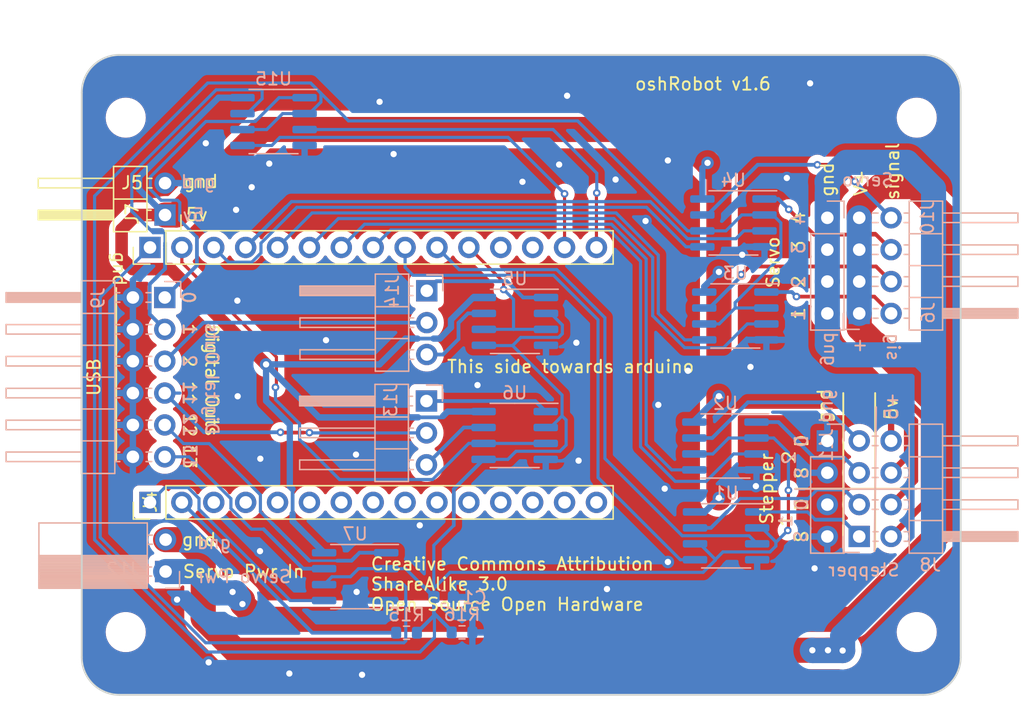
<source format=kicad_pcb>
(kicad_pcb (version 20221018) (generator pcbnew)

  (general
    (thickness 1.6)
  )

  (paper "A4")
  (title_block
    (title "End Effector Control")
    (date "2023-08-12")
    (rev "1.6")
    (company "OSPOM")
  )

  (layers
    (0 "F.Cu" signal)
    (31 "B.Cu" signal)
    (32 "B.Adhes" user "B.Adhesive")
    (33 "F.Adhes" user "F.Adhesive")
    (34 "B.Paste" user)
    (35 "F.Paste" user)
    (36 "B.SilkS" user "B.Silkscreen")
    (37 "F.SilkS" user "F.Silkscreen")
    (38 "B.Mask" user)
    (39 "F.Mask" user)
    (40 "Dwgs.User" user "User.Drawings")
    (41 "Cmts.User" user "User.Comments")
    (42 "Eco1.User" user "User.Eco1")
    (43 "Eco2.User" user "User.Eco2")
    (44 "Edge.Cuts" user)
    (45 "Margin" user)
    (46 "B.CrtYd" user "B.Courtyard")
    (47 "F.CrtYd" user "F.Courtyard")
    (48 "B.Fab" user)
    (49 "F.Fab" user)
  )

  (setup
    (stackup
      (layer "F.SilkS" (type "Top Silk Screen"))
      (layer "F.Paste" (type "Top Solder Paste"))
      (layer "F.Mask" (type "Top Solder Mask") (thickness 0.01))
      (layer "F.Cu" (type "copper") (thickness 0.035))
      (layer "dielectric 1" (type "core") (thickness 1.51) (material "FR4") (epsilon_r 4.5) (loss_tangent 0.02))
      (layer "B.Cu" (type "copper") (thickness 0.035))
      (layer "B.Mask" (type "Bottom Solder Mask") (thickness 0.01))
      (layer "B.Paste" (type "Bottom Solder Paste"))
      (layer "B.SilkS" (type "Bottom Silk Screen"))
      (copper_finish "None")
      (dielectric_constraints no)
    )
    (pad_to_mask_clearance 0.0508)
    (solder_mask_min_width 0.25)
    (pcbplotparams
      (layerselection 0x00010fc_ffffffff)
      (plot_on_all_layers_selection 0x0000000_00000000)
      (disableapertmacros false)
      (usegerberextensions false)
      (usegerberattributes false)
      (usegerberadvancedattributes false)
      (creategerberjobfile false)
      (dashed_line_dash_ratio 12.000000)
      (dashed_line_gap_ratio 3.000000)
      (svgprecision 6)
      (plotframeref false)
      (viasonmask false)
      (mode 1)
      (useauxorigin false)
      (hpglpennumber 1)
      (hpglpenspeed 20)
      (hpglpendiameter 15.000000)
      (dxfpolygonmode true)
      (dxfimperialunits true)
      (dxfusepcbnewfont true)
      (psnegative false)
      (psa4output false)
      (plotreference true)
      (plotvalue true)
      (plotinvisibletext false)
      (sketchpadsonfab false)
      (subtractmaskfromsilk false)
      (outputformat 1)
      (mirror false)
      (drillshape 1)
      (scaleselection 1)
      (outputdirectory "")
    )
  )

  (net 0 "")
  (net 1 "GND")
  (net 2 "+3.3V")
  (net 3 "unconnected-(J4-Pin_3-Pad3)")
  (net 4 "unconnected-(J4-Pin_12-Pad12)")
  (net 5 "unconnected-(J4-Pin_13-Pad13)")
  (net 6 "unconnected-(J4-Pin_14-Pad14)")
  (net 7 "VDD")
  (net 8 "unconnected-(J4-Pin_15-Pad15)")
  (net 9 "unconnected-(J7-Pin_12-Pad12)")
  (net 10 "unconnected-(J7-Pin_13-Pad13)")
  (net 11 "/1.65vref")
  (net 12 "/DOUT2_NonInverting")
  (net 13 "/DOUT2_Inverting")
  (net 14 "/DOUT11_NonInverting")
  (net 15 "/DOUT11_Inverting")
  (net 16 "/DOUT13_PIN")
  (net 17 "/DIN0_PIN")
  (net 18 "/DIN1_PIN")
  (net 19 "/DIN2_PIN")
  (net 20 "/DIN3_PIN")
  (net 21 "/SDA_PIN")
  (net 22 "/SCL_PIN")
  (net 23 "/AIN0_PIN")
  (net 24 "/AIN1_PIN")
  (net 25 "/SERVO1")
  (net 26 "/SERVO2")
  (net 27 "/SERVO3")
  (net 28 "/SERVO4")
  (net 29 "/DOUT12_PIN")
  (net 30 "/DOUT11_PIN")
  (net 31 "/SERVO4_PIN")
  (net 32 "/SERVO3_PIN")
  (net 33 "/SERVO2_PIN")
  (net 34 "/SERVO1_PIN")
  (net 35 "/STEPPER2_DIR_PIN")
  (net 36 "/STEPPER2_STEP_PIN")
  (net 37 "/STEPPER1_DIR_PIN")
  (net 38 "/STEPPER1_STEP_PIN")
  (net 39 "/DOUT2_PIN")
  (net 40 "/DOUT1_PIN")
  (net 41 "/DOUT0_PIN")
  (net 42 "/STEPPER1_STEP")
  (net 43 "/STEPPER1_DIR")
  (net 44 "/STEPPER2_STEP")
  (net 45 "/STEPPER2_DIR")
  (net 46 "/DOUT0")
  (net 47 "/DOUT1")
  (net 48 "/DOUT2")
  (net 49 "/DOUT11")
  (net 50 "/DOUT12")
  (net 51 "/DOUT13")
  (net 52 "VS")
  (net 53 "GND1")

  (footprint "MountingHole:MountingHole_2.7mm_M2.5" (layer "F.Cu") (at 273.82 157.48))

  (footprint "MountingHole:MountingHole_2.7mm_M2.5" (layer "F.Cu") (at 210.82 157.48))

  (footprint "MountingHole:MountingHole_2.7mm_M2.5" (layer "F.Cu") (at 210.82 116.48))

  (footprint "MountingHole:MountingHole_2.7mm_M2.5" (layer "F.Cu") (at 273.82 116.48))

  (footprint "Scott:art_toroid" (layer "F.Cu") (at 263.6012 115.4176))

  (footprint "Connector_PinHeader_2.54mm:PinHeader_1x02_P2.54mm_Horizontal" (layer "F.Cu") (at 213.95 124.236 180))

  (footprint "Connector_PinHeader_2.54mm:PinHeader_1x15_P2.54mm_Vertical" (layer "F.Cu") (at 212.7504 126.8222 90))

  (footprint "Connector_PinHeader_2.54mm:PinHeader_1x15_P2.54mm_Vertical" (layer "F.Cu") (at 212.7504 147.1422 90))

  (footprint "Connector_PinHeader_2.54mm:PinHeader_2x06_P2.54mm_Horizontal" (layer "B.Cu") (at 213.93 130.81 180))

  (footprint "Connector_PinHeader_2.54mm:PinHeader_1x03_P2.54mm_Horizontal" (layer "B.Cu") (at 234.7722 139.065 180))

  (footprint "Package_SO:SOIC-8_3.9x4.9mm_P1.27mm" (layer "B.Cu") (at 258.637 149.8092 180))

  (footprint "Capacitor_SMD:C_0603_1608Metric" (layer "B.Cu") (at 236.1438 154.686))

  (footprint "Package_SO:SOIC-8_3.9x4.9mm_P1.27mm" (layer "B.Cu") (at 222.5914 116.7892 180))

  (footprint "Connector_PinSocket_2.54mm:PinSocket_1x02_P2.54mm_Horizontal" (layer "B.Cu") (at 213.995 152.654))

  (footprint "Resistor_SMD:R_0603_1608Metric" (layer "B.Cu") (at 237.6038 157.5054 180))

  (footprint "Connector_PinHeader_2.54mm:PinHeader_2x04_P2.54mm_Horizontal" (layer "B.Cu") (at 269.24 132.08))

  (footprint "Connector_PinHeader_2.54mm:PinHeader_1x04_P2.54mm_Vertical" (layer "B.Cu") (at 266.7 124.46 180))

  (footprint "Package_SO:SOIC-8_3.9x4.9mm_P1.27mm" (layer "B.Cu") (at 241.7968 141.8082 180))

  (footprint "Connector_PinHeader_2.54mm:PinHeader_1x04_P2.54mm_Vertical" (layer "B.Cu") (at 266.7 142.24 180))

  (footprint "Connector_PinHeader_2.54mm:PinHeader_2x04_P2.54mm_Horizontal" (layer "B.Cu") (at 269.24 149.86))

  (footprint "Package_SO:SOIC-8_3.9x4.9mm_P1.27mm" (layer "B.Cu") (at 258.5832 142.6464 180))

  (footprint "Package_SO:SOIC-8_3.9x4.9mm_P1.27mm" (layer "B.Cu") (at 241.8192 132.715 180))

  (footprint "Package_SO:SOIC-8_3.9x4.9mm_P1.27mm" (layer "B.Cu") (at 259.2212 124.8664 180))

  (footprint "Resistor_SMD:R_0603_1608Metric" (layer "B.Cu") (at 233.1842 157.5308 180))

  (footprint "Package_SO:SOIC-8_3.9x4.9mm_P1.27mm" (layer "B.Cu") (at 259.3706 132.2832 180))

  (footprint "Package_SO:SOIC-8_3.9x4.9mm_P1.27mm" (layer "B.Cu") (at 229.0938 153.0604 180))

  (footprint "Connector_PinHeader_2.54mm:PinHeader_1x03_P2.54mm_Horizontal" (layer "B.Cu") (at 234.7976 130.2766 180))

  (gr_line (start 270.5862 139.5476) (end 270.4592 151.0284)
    (stroke (width 0.15) (type default)) (layer "B.SilkS") (tstamp 79b6a749-608a-40f5-8e48-a33e8207d8db))
  (gr_line (start 264.1346 146.0754) (end 273.7866 146.0754)
    (stroke (width 0.15) (type default)) (layer "B.SilkS") (tstamp e19896e1-4b17-417d-a374-78287cd30f1b))
  (gr_line (start 264.16 146.05) (end 273.558 146.05)
    (stroke (width 0.15) (type solid)) (layer "F.SilkS") (tstamp 499cfaec-47e0-4c32-9ced-93b8237036ca))
  (gr_line (start 210.058 130.048) (end 210.058 143.764)
    (stroke (width 0.15) (type solid)) (layer "F.SilkS") (tstamp 638edc8f-cf47-4444-9a12-ef6dff6cd11a))
  (gr_line (start 267.97 150.876) (end 267.97 138.43)
    (stroke (width 0.15) (type solid)) (layer "F.SilkS") (tstamp c5fe6445-5246-40a9-a16b-7a7459f40443))
  (gr_line (start 270.51 150.876) (end 270.51 138.43)
    (stroke (width 0.15) (type solid)) (layer "F.SilkS") (tstamp cc42285d-e5b0-450b-ad46-b9ca27c6c5ee))
  (gr_arc (start 207.32 114.48) (mid 208.19868 112.35868) (end 210.32 111.48)
    (stroke (width 0.15) (type solid)) (layer "Edge.Cuts") (tstamp 00000000-0000-0000-0000-00005c694553))
  (gr_arc (start 210.32 162.48) (mid 208.19868 161.60132) (end 207.32 159.48)
    (stroke (width 0.15) (type solid)) (layer "Edge.Cuts") (tstamp 00000000-0000-0000-0000-00005c69455c))
  (gr_arc (start 274.32 111.48) (mid 276.44132 112.35868) (end 277.32 114.48)
    (stroke (width 0.15) (type solid)) (layer "Edge.Cuts") (tstamp 00000000-0000-0000-0000-000062f592fa))
  (gr_arc (start 277.32 159.48) (mid 276.44132 161.60132) (end 274.32 162.48)
    (stroke (width 0.15) (type solid)) (layer "Edge.Cuts") (tstamp 00000000-0000-0000-0000-000062f592fb))
  (gr_line (start 277.32 159.48) (end 277.32 114.48)
    (stroke (width 0.15) (type solid)) (layer "Edge.Cuts") (tstamp 00000000-0000-0000-0000-000062f6826d))
  (gr_line (start 210.32 111.48) (end 274.32 111.48)
    (stroke (width 0.15) (type solid)) (layer "Edge.Cuts") (tstamp 00000000-0000-0000-0000-000062f68287))
  (gr_line (start 207.32 159.48) (end 207.32 114.48)
    (stroke (width 0.15) (type solid)) (layer "Edge.Cuts") (tstamp 2891767f-251c-48c4-91c0-deb1b368f45c))
  (gr_line (start 210.32 162.48) (end 274.32 162.48)
    (stroke (width 0.15) (type solid)) (layer "Edge.Cuts") (tstamp 9bac9ad3-a7b9-47f0-87c7-d8630653df68))
  (gr_text "gnd" (at 267.208 137.9982 90) (layer "B.SilkS") (tstamp 00969483-8d62-4b09-995e-f9f4d7ffc8b1)
    (effects (font (size 1 1) (thickness 0.15)) (justify left bottom mirror))
  )
  (gr_text "gnd" (at 219.3036 150.9268) (layer "B.SilkS") (tstamp 0549f28c-4317-4403-a662-fd9d261dce2a)
    (effects (font (size 1 1) (thickness 0.15)) (justify left bottom mirror))
  )
  (gr_text "2" (at 265.0236 129.032 90) (layer "B.SilkS") (tstamp 0faa8a8e-37a6-489e-8b1a-c7787f6fbaa0)
    (effects (font (size 1 1) (thickness 0.15)) (justify left bottom mirror))
  )
  (gr_text "5v" (at 217.17 124.8156) (layer "B.SilkS") (tstamp 1bc6d993-e345-4232-a0b5-c4e53c4331de)
    (effects (font (size 1 1) (thickness 0.15)) (justify left bottom mirror))
  )
  (gr_text "Digital Outs" (at 217.0938 141.859 -90) (layer "B.SilkS") (tstamp 2a07c547-1823-4ef1-9f9f-4bfce41a5eba)
    (effects (font (size 1 1) (thickness 0.15)) (justify left bottom mirror))
  )
  (gr_text "1" (at 215.2904 133.8834 -90) (layer "B.SilkS") (tstamp 480e35ec-7b6b-4d40-bb0c-0e12f20c4c43)
    (effects (font (size 1 1) (thickness 0.15)) (justify left bottom mirror))
  )
  (gr_text "gnd" (at 218.0336 122.174) (layer "B.SilkS") (tstamp 48ea1d13-c919-41a6-ae11-6ad17c798413)
    (effects (font (size 1 1) (thickness 0.15)) (justify left bottom mirror))
  )
  (gr_text "1" (at 264.9982 131.6482 90) (layer "B.SilkS") (tstamp 4d111009-af6f-4dbd-8cc2-a6823124f6c6)
    (effects (font (size 1 1) (thickness 0.15)) (justify left bottom mirror))
  )
  (gr_text "Servo" (at 272.0594 122.0216) (layer "B.SilkS") (tstamp 5304f495-8249-4f6e-a0d6-3b04b7de423e)
    (effects (font (size 1 1) (thickness 0.15)) (justify left bottom mirror))
  )
  (gr_text "3" (at 264.9982 126.2888 90) (layer "B.SilkS") (tstamp 5e804c11-91c6-41ca-acea-c5c9d389115d)
    (effects (font (size 1 1) (thickness 0.15)) (justify left bottom mirror))
  )
  (gr_text "gnd" (at 266.3698 136.3726 -90) (layer "B.SilkS") (tstamp 626a5a68-fdc5-415c-bf8d-660b6a83055d)
    (effects (font (size 1 1) (thickness 0.15)) (justify left bottom mirror))
  )
  (gr_text "1" (at 263.9822 148.0566 90) (layer "B.SilkS") (tstamp 6eb70f07-a763-4303-95de-151ee78e83ad)
    (effects (font (size 1 1) (thickness 0.15)) (justify left bottom mirror))
  )
  (gr_text "sig" (at 271.3736 135.9408 -90) (layer "B.SilkS") (tstamp 77ea5c82-b91a-4132-9f90-f60b7d8ca4cf)
    (effects (font (size 1 1) (thickness 0.15)) (justify left bottom mirror))
  )
  (gr_text "4" (at 264.9982 124.0028 90) (layer "B.SilkS") (tstamp 875458a1-e923-4b7e-ae6f-b2e456968693)
    (effects (font (size 1 1) (thickness 0.15)) (justify left bottom mirror))
  )
  (gr_text "13" (at 215.3412 144.526 -90) (layer "B.SilkS") (tstamp 89aa172b-0815-4816-8693-7f1312b7699b)
    (effects (font (size 1 1) (thickness 0.15)) (justify left bottom mirror))
  )
  (gr_text "D" (at 265.2268 141.6812 90) (layer "B.SilkS") (tstamp 900991e3-1edc-47bf-903e-3a2ee5520a7f)
    (effects (font (size 1 1) (thickness 0.15)) (justify left bottom mirror))
  )
  (gr_text "S" (at 265.176 149.3012 90) (layer "B.SilkS") (tstamp 922e1b96-19fc-4e4a-8deb-7699f4fb96c8)
    (effects (font (size 1 1) (thickness 0.15)) (justify left bottom mirror))
  )
  (gr_text "11" (at 215.2904 139.4714 -90) (layer "B.SilkS") (tstamp a1659fbc-b86f-4560-9f07-eff3e7c51b97)
    (effects (font (size 1 1) (thickness 0.15)) (justify left bottom mirror))
  )
  (gr_text "2" (at 215.3158 136.4234 -90) (layer "B.SilkS") (tstamp a6261f9a-681f-4b51-b4fe-e5b92b21a9df)
    (effects (font (size 1 1) (thickness 0.15)) (justify left bottom mirror))
  )
  (gr_text "Stepper" (at 272.542 153.1112) (layer "B.SilkS") (tstamp a77a4eb4-3990-4527-b340-a2c7995c9830)
    (effects (font (size 1 1) (thickness 0.15)) (justify left bottom mirror))
  )
  (gr_text "12" (at 215.3412 142.0114 -90) (layer "B.SilkS") (tstamp af5902c1-f177-4830-9a04-7c46f3c9c75a)
    (effects (font (size 1 1) (thickness 0.15)) (justify left bottom mirror))
  )
  (gr_text "S" (at 265.2268 144.2466 90) (layer "B.SilkS") (tstamp afc5e439-4a07-4269-be89-42f73a8e7b92)
    (effects (font (size 1 1) (thickness 0.15)) (justify left bottom mirror))
  )
  (gr_text "2" (at 264.2362 143.0782 90) (layer "B.SilkS") (tstamp b2981ffb-0eb5-4b60-ae37-192eb51695a4)
    (effects (font (size 1 1) (thickness 0.15)) (justify left bottom mirror))
  )
  (gr_text "D" (at 265.2268 146.7104 90) (layer "B.SilkS") (tstamp bb887fc9-ab78-4796-ac62-acc63c3f9954)
    (effects (font (size 1 1) (thickness 0.15)) (justify left bottom mirror))
  )
  (gr_text "+5" (at 272.415 138.2776 90) (layer "B.SilkS") (tstamp d41e0eca-74c3-4e8a-8e69-71a206f59b2f)
    (effects (font (size 1 1) (thickness 0.15)) (justify left bottom mirror))
  )
  (gr_text "+" (at 270.0274 135.1534) (layer "B.SilkS") (tstamp e3a4b79f-1e64-424b-93f0-77e76314ac7d)
    (effects (font (size 1 1) (thickness 0.15)) (justify left bottom mirror))
  )
  (gr_text "Servo Pwr" (at 224.0788 153.6446) (layer "B.SilkS") (tstamp f20f4672-de28-4a7f-aacf-18972b9af2b8)
    (effects (font (size 1 1) (thickness 0.15)) (justify left bottom mirror))
  )
  (gr_text "0" (at 216.4588 130.2258 90) (layer "B.SilkS") (tstamp fb78f34b-2387-4b41-a9a2-a9b63abc118d)
    (effects (font (size 1 1) (thickness 0.15)) (justify left bottom mirror))
  )
  (gr_text "gnd" (at 266.7 121.412 90) (layer "F.SilkS") (tstamp 00e5cd6d-991a-4fd8-9bfa-00c234dec496)
    (effects (font (size 1 1) (thickness 0.15)))
  )
  (gr_text "Digital Outs" (at 217.678 137.414 270) (layer "F.SilkS") (tstamp 05f17749-7de3-4032-99ca-0384c680e787)
    (effects (font (size 1 1) (thickness 0.15)))
  )
  (gr_text "D" (at 264.668 142.24 90) (layer "F.SilkS") (tstamp 1cd66a6b-90c5-4519-a036-d369a54846b7)
    (effects (font (size 1 1) (thickness 0.15)))
  )
  (gr_text "This side towards arduino" (at 236.3216 136.906) (layer "F.SilkS") (tstamp 26aa1591-d973-4511-87fc-2b67f491fcc3)
    (effects (font (size 1 1) (thickness 0.15)) (justify left bottom))
  )
  (gr_text "D" (at 264.668 147.32 90) (layer "F.SilkS") (tstamp 28899514-2566-4cda-aa07-925b75fa9c3a)
    (effects (font (size 1 1) (thickness 0.15)))
  )
  (gr_text "2" (at 263.652 143.51 90) (layer "F.SilkS") (tstamp 3254cdb8-dafc-47ca-a1c5-164b6f28619c)
    (effects (font (size 1 1) (thickness 0.15)))
  )
  (gr_text "gnd" (at 216.8144 121.5644) (layer "F.SilkS") (tstamp 3fffa435-3149-49d5-a5a3-73ab9c9c1285)
    (effects (font (size 1 1) (thickness 0.15)))
  )
  (gr_text "1" (at 264.414 132.08 90) (layer "F.SilkS") (tstamp 45daf3a4-0abd-48ae-bf10-035e03975b57)
    (effects (font (size 1 1) (thickness 0.15)))
  )
  (gr_text "4" (at 264.414 124.46 90) (layer "F.SilkS") (tstamp 46e78d0e-22f2-41c9-a890-a4540e17d38b)
    (effects (font (size 1 1) (thickness 0.15)))
  )
  (gr_text "S" (at 264.668 149.86 90) (layer "F.SilkS") (tstamp 46e7b452-99fa-4767-8f13-7f45b86891b2)
    (effects (font (size 1 1) (thickness 0.15)))
  )
  (gr_text "Creative Commons Attribution \nShareAlike 3.0\nOpen Source Open Hardware" (at 230.251 155.8544) (layer "F.SilkS") (tstamp 4b63e74a-6224-4bdb-9ba2-73784ccc516b)
    (effects (font (size 1 1) (thickness 0.15)) (justify left bottom))
  )
  (gr_text "USB" (at 208.28 137.16 90) (layer "F.SilkS") (tstamp 5d6118ba-6054-4ba6-8129-2ffb4878cd0d)
    (effects (font (size 1 1) (thickness 0.15)))
  )
  (gr_text "2" (at 215.9 135.89 270) (layer "F.SilkS") (tstamp 60c2811d-9183-41d7-8176-3d7bc355edd2)
    (effects (font (size 1 1) (thickness 0.15)))
  )
  (gr_text "2" (at 264.414 129.54 90) (layer "F.SilkS") (tstamp 620ced92-89a0-4069-81fa-8b1b302143f3)
    (effects (font (size 1 1) (thickness 0.15)))
  )
  (gr_text "gnd" (at 216.662 150.114) (layer "F.SilkS") (tstamp 66af6dc9-0705-4450-a8f2-fadc4b3a5798)
    (effects (font (size 1 1) (thickness 0.15)))
  )
  (gr_text "3" (at 264.414 126.746 90) (layer "F.SilkS") (tstamp 7b615158-ae8f-4c60-9a20-216822969b42)
    (effects (font (size 1 1) (thickness 0.15)))
  )
  (gr_text "signal" (at 271.907 120.7516 90) (layer "F.SilkS") (tstamp 8c6c36fb-9c46-45e4-a480-15f6f2a410c3)
    (effects (font (size 1 1) (thickness 0.15)))
  )
  (gr_text "Stepper" (at 261.874 146.05 90) (layer "F.SilkS") (tstamp 8ec68f44-ab2a-4d36-a32e-8f03142cd26c)
    (effects (font (size 1 1) (thickness 0.15)))
  )
  (gr_text "12" (at 215.9 140.97 270) (layer "F.SilkS") (tstamp 90cbaa9a-3385-4bc6-b0bc-f0dcb34b580e)
    (effects (font (size 1 1) (thickness 0.15)))
  )
  (gr_text "5v" (at 271.78 139.7 90) (layer "F.SilkS") (tstamp 90e02e95-bc62-4554-864f-a7a0a5714d7b)
    (effects (font (size 1 1) (thickness 0.15)))
  )
  (gr_text "13" (at 215.9 143.51 270) (layer "F.SilkS") (tstamp 929094ad-2341-4370-a00d-c9ff6ef03788)
    (effects (font (size 1 1) (thickness 0.15)))
  )
  (gr_text "11" (at 215.9 138.43 270) (layer "F.SilkS") (tstamp 9540c0d9-6fae-4b60-90b7-9538416664f2)
    (effects (font (size 1 1) (thickness 0.15)))
  )
  (gr_text "oshRobot v1.6" (at 256.794 113.792) (layer "F.SilkS") (tstamp a1fa6193-abe0-4159-b133-4939b22d07b0)
    (effects (font (size 1 1) (thickness 0.15)))
  )
  (gr_text "gnd" (at 210.312 128.524 270) (layer "F.SilkS") (tstamp a31e4e6e-f5ae-4afc-a5dd-07e5f6d1323c)
    (effects (font (size 1 1) (thickness 0.15)))
  )
  (gr_text "S" (at 264.668 144.78 90) (layer "F.SilkS") (tstamp a797b8f0-d918-44f7-a6f7-a3bcc3389c83)
    (effects (font (size 1 1) (thickness 0.15)))
  )
  (gr_text "Servo" (at 262.382 128.016 90) (layer "F.SilkS") (tstamp b842e5fa-22b5-4ee9-a1dc-7a46eafd89a1)
    (effects (font (size 1 1) (thickness 0.15)))
  )
  (gr_text "5v" (at 216.4842 124.206) (layer "F.SilkS") (tstamp c56dcfd1-c937-4ae5-b819-036801dfc062)
    (effects (font (size 1 1) (thickness 0.15)))
  )
  (gr_text "V+" (at 269.367 121.666 90) (layer "F.SilkS") (tstamp d1541676-340c-45dd-8a81-f8beb6f8f9bd)
    (effects (font (size 1 1) (thickness 0.15)))
  )
  (gr_text "1" (at 215.9 133.35 270) (layer "F.SilkS") (tstamp d1b04a95-a8b9-4881-9745-237b3d771528)
    (effects (font (size 1 1) (thickness 0.15)))
  )
  (gr_text "1" (at 263.398 148.59 90) (layer "F.SilkS") (tstamp e2e589ec-a462-404d-9b4a-2c5c26bed1f4)
    (effects (font (size 1 1) (thickness 0.15)))
  )
  (gr_text "0" (at 215.9 130.81 90) (layer "F.SilkS") (tstamp ee6379e8-baa3-4077-98da-26cb178881b6)
    (effects (font (size 1 1) (thickness 0.15)))
  )
  (gr_text "Servo Pwr In" (at 220.218 152.654) (layer "F.SilkS") (tstamp fa5195f2-4bf6-41ff-b6f4-f230194ebc64)
    (effects (font (size 1 1) (thickness 0.15)))
  )
  (gr_text "gnd" (at 266.446 139.446 90) (layer "F.SilkS") (tstamp fbda4446-065c-4475-a831-fcd6bf6cd6cc)
    (effects (font (size 1 1) (thickness 0.15)))
  )

  (via (at 254 151.892) (size 1) (drill 0.5) (layers "F.Cu" "B.Cu") (free) (net 1) (tstamp 00224058-5640-4ba5-a503-d09ae66e241a))
  (via (at 253.238 139.3698) (size 1) (drill 0.5) (layers "F.Cu" "B.Cu") (free) (net 1) (tstamp 08651bbc-482d-42b4-8fb7-9a83466c1364))
  (via (at 220.853 122.0216) (size 1) (drill 0.5) (layers "F.Cu" "B.Cu") (free) (net 1) (tstamp 0a0edca9-5aaa-4fd0-95bc-0311bdd40415))
  (via (at 229.2096 154.2796) (size 1) (drill 0.5) (layers "F.Cu" "B.Cu") (free) (net 1) (tstamp 16f2d1ef-0363-4dc8-ba2b-b386bd60841f))
  (via (at 232.156 119.38) (size 1) (drill 0.5) (layers "F.Cu" "B.Cu") (free) (net 1) (tstamp 1a2765cd-cb7c-4d00-bafd-21ae9a9fb3a6))
  (via (at 265.3284 113.7412) (size 1) (drill 0.5) (layers "F.Cu" "B.Cu") (free) (net 1) (tstamp 1ec72e67-42af-45fa-86f1-bacc993f71b7))
  (via (at 229.6414 160.8836) (size 1) (drill 0.5) (layers "F.Cu" "B.Cu") (free) (net 1) (tstamp 1ecc0913-6d5e-4feb-a507-a9db5a6cc596))
  (via (at 249.1486 154.051) (size 1) (drill 0.5) (layers "F.Cu" "B.Cu") (free) (net 1) (tstamp 2304b1c9-f77d-4eb5-81d9-86b22b10c7f5))
  (via (at 246.888 143.8148) (size 1) (drill 0.5) (layers "F.Cu" "B.Cu") (free) (net 1) (tstamp 32c5b5c9-43f5-48a5-bb5a-78936a320695))
  (via (at 242.4176 121.5898) (size 1) (drill 0.5) (layers "F.Cu" "B.Cu") (free) (net 1) (tstamp 3bf2839f-54fc-41c2-804c-fd7945310c97))
  (via (at 219.71 131.064) (size 1) (drill 0.5) (layers "F.Cu" "B.Cu") (free) (net 1) (tstamp 45d9b16e-4e08-44a1-818f-4f92ae54de63))
  (via (at 252.222 124.714) (size 1) (drill 0.5) (layers "F.Cu" "B.Cu") (free) (net 1) (tstamp 55000a4c-19c7-458e-9166-3e8b2c45b34c))
  (via (at 223.8502 160.782) (size 1) (drill 0.5) (layers "F.Cu" "B.Cu") (free) (net 1) (tstamp 633e726f-33ee-4333-81f2-fd792494fb58))
  (via (at 245.9736 114.7318) (size 1) (drill 0.5) (layers "F.Cu" "B.Cu") (free) (net 1) (tstamp 63bc4683-60c5-4693-a550-53af22ff7f1b))
  (via (at 249.8344 121.412) (size 1) (drill 0.5) (layers "F.Cu" "B.Cu") (free) (net 1) (tstamp 6eecba98-caef-4d31-be4e-152d71df9fd0))
  (via (at 246.7102 134.4168) (size 1) (drill 0.5) (layers "F.Cu" "B.Cu") (free) (net 1) (tstamp 7545efde-a863-4230-b3e2-d66b84e47003))
  (via (at 259.9182 127.4064) (size 1) (drill 0.5) (layers "F.Cu" "B.Cu") (free) (net 1) (tstamp 77973df8-e0af-4a0a-a052-0dbdc6157392))
  (via (at 229.1588 143.3322) (size 1) (drill 0.5) (layers "F.Cu" "B.Cu") (free) (net 1) (tstamp 7c875664-953a-47e6-9959-b0f707e1d2be))
  (via (at 254 119.888) (size 1) (drill 0.5) (layers "F.Cu" "B.Cu") (free) (net 1) (tstamp 7fff0212-4587-4a0b-8e50-76a0425efe15))
  (via (at 217.424 159.893) (size 1) (drill 0.5) (layers "F.Cu" "B.Cu") (free) (net 1) (tstamp 86cdfa1d-82f9-4a54-abdc-fb8f6159fb8e))
  (via (at 260.5786 136.3472) (size 1) (drill 0.5) (layers "F.Cu" "B.Cu") (free) (net 1) (tstamp 8c417d41-353d-49fa-bb72-f05e60e392b7))
  (via (at 222.25 120.142) (size 1) (drill 0.5) (layers "F.Cu" "B.Cu") (free) (net 1) (tstamp 90a32cce-e93f-4448-84d6-71440040eece))
  (via (at 226.7712 134.2136) (size 1) (drill 0.5) (layers "F.Cu" "B.Cu") (free) (net 1) (tstamp 9772306b-e111-4393-94a4-7d05a3c1bb30))
  (via (at 238.8362 137.795) (size 1) (drill 0.5) (layers "F.Cu" "B.Cu") (free) (net 1) (tstamp 9cdc9f69-2345-4b4e-8d93-cdc6f7bd3c2d))
  (via (at 261.0104 145.8468) (size 1) (drill 0.5) (layers "F.Cu" "B.Cu") (free) (net 1) (tstamp a5833c72-8a56-480d-8359-9842c8ce89a8))
  (via (at 245.3386 120.2182) (size 1) (drill 0.5) (layers "F.Cu" "B.Cu") (free) (net 1) (tstamp a914aeb6-2abb-4e6d-be8c-0da8d43e893f))
  (via (at 263.4742 121.285) (size 1) (drill 0.5) (layers "F.Cu" "B.Cu") (free) (net 1) (tstamp aa4a1c10-ab7d-49fc-9a6c-7be7b4f6d39f))
  (via (at 265.684 152.4) (size 1) (drill 0.5) (layers "F.Cu" "B.Cu") (free) (net 1) (tstamp aa7f0121-02d1-4681-8c22-7559880c9d3f))
  (via (at 253.746 146.05) (size 1) (drill 0.5) (layers "F.Cu" "B.Cu") (free) (net 1) (tstamp b06be44f-9368-4bef-892b-7dda027afca4))
  (via (at 219.7354 138.684) (size 1) (drill 0.5) (layers "F.Cu" "B.Cu") (free) (net 1) (tstamp b0790fc9-fd15-4abc-85f4-68c3ba5e1f5c))
  (via (at 231.0384 115.2144) (size 1) (drill 0.5) (layers "F.Cu" "B.Cu") (free) (net 1) (tstamp bdcdc8fc-ff8e-4d3e-a702-6623fc3a9ebf))
  (via (at 234.2388 148.971) (size 1) (drill 0.5) (layers "F.Cu" "B.Cu") (free) (net 1) (tstamp c2599e1e-b458-42a6-90a4-242ead34e1d0))
  (via (at 255.6002 136.652) (size 1) (drill 0.5) (layers "F.Cu" "B.Cu") (free) (net 1) (tstamp c34f9d30-332c-4e9f-8b8c-2b1178d4d17e))
  (via (at 221.5134 151.0284) (size 1) (drill 0.5) (layers "F.Cu" "B.Cu") (free) (net 1) (tstamp dc5a3a0d-d9da-4748-9a7e-e0d1577b5254))
  (via (at 221.5388 143.6624) (size 1) (drill 0.5) (layers "F.Cu" "B.Cu") (free) (net 1) (tstamp e1e8e1ed-4260-4229-8051-e7c5b1ac073f))
  (via (at 217.1954 118.5164) (size 1) (drill 0.5) (layers "F.Cu" "B.Cu") (free) (net 1) (tstamp ece94c64-be02-47b7-b423-31889a272840))
  (via (at 219.6084 123.825) (size 1) (drill 0.5) (layers "F.Cu" "B.Cu") (free) (net 1) (tstamp f3c81e6f-be4f-4437-8fd8-5a3a1a2a4463))
  (via (at 214.9094 154.8892) (size 1) (drill 0.5) (layers "F.Cu" "B.Cu") (free) (net 1) (tstamp fe74533d-28e5-4ac1-b284-dd36ef0908f1))
  (segment (start 215.2904 147.1422) (end 225.679 157.5308) (width 0.3) (layer "B.Cu") (net 2) (tstamp 52a67697-c8d0-4240-87f5-fbf184e3aa72))
  (segment (start 225.679 157.5308) (end 232.3592 157.5308) (width 0.3) (layer "B.Cu") (net 2) (tstamp 8d3ffb2e-459b-4de0-a821-10e70c1fd797))
  (segment (start 213.95 124.236) (end 214.854 124.236) (width 2) (layer "F.Cu") (net 7) (tstamp 0b224eec-ce12-43d9-99c0-c82d6a751fd4))
  (segment (start 273.685 140.6398) (end 272.4912 139.446) (width 0.5) (layer "F.Cu") (net 7) (tstamp 194fd169-26d8-4d59-8d8d-0647636999c2))
  (segment (start 271.78 147.32) (end 273.685 145.415) (width 0.5) (layer "F.Cu") (net 7) (tstamp 1a7d6891-3dfb-47c3-bf7b-6d224ba753ed))
  (segment (start 272.4912 139.446) (end 272.1864 139.446) (width 0.5) (layer "F.Cu") (net 7) (tstamp 22c47c38-1977-471f-af22-74e79aa6a207))
  (segment (start 273.685 145.415) (end 273.685 140.6398) (width 0.5) (layer "F.Cu") (net 7) (tstamp 25d7be0b-58e5-478e-85e1-e5c5287213f6))
  (segment (start 258.023183 120.944817) (end 258.064 120.985634) (width 2) (layer "F.Cu") (net 7) (tstamp 30df6db8-9a16-4677-9928-31218a7101a9))
  (segment (start 210.4898 127.6616) (end 211.377711 128.549511) (width 1) (layer "F.Cu") (net 7) (tstamp 30f1bdbe-aeab-46ef-b2a4-a7780eacbbca))
  (segment (start 211.6536 124.236) (end 210.4898 125.3998) (width 1) (layer "F.Cu") (net 7) (tstamp 32a2058e-d226-441e-9bea-307b7d4f4d3c))
  (segment (start 271.78 149.86) (
... [432948 chars truncated]
</source>
